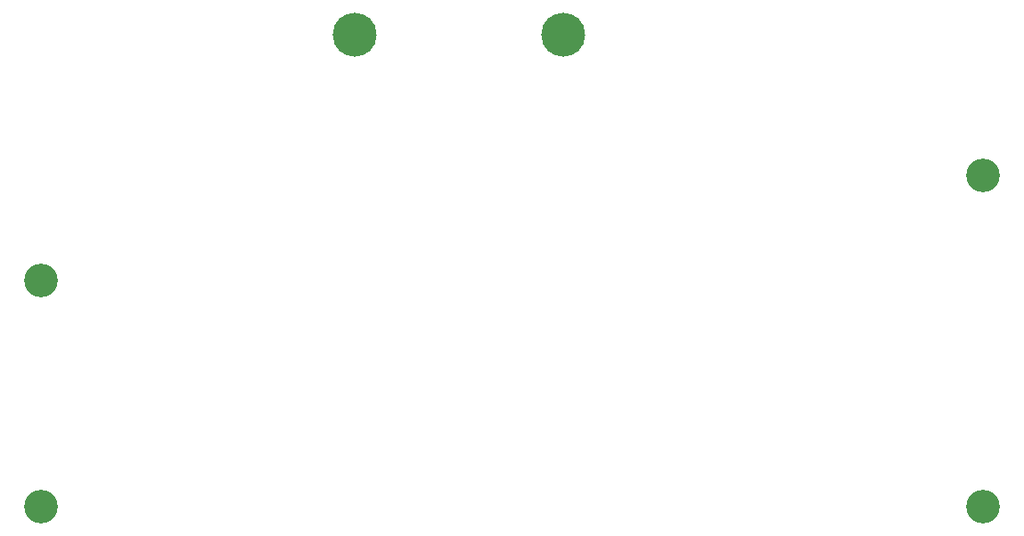
<source format=gbr>
%TF.GenerationSoftware,KiCad,Pcbnew,7.0.2*%
%TF.CreationDate,2024-04-17T07:58:50+08:00*%
%TF.ProjectId,HEC1,48454331-2e6b-4696-9361-645f70636258,rev?*%
%TF.SameCoordinates,Original*%
%TF.FileFunction,NonPlated,1,2,NPTH,Drill*%
%TF.FilePolarity,Positive*%
%FSLAX46Y46*%
G04 Gerber Fmt 4.6, Leading zero omitted, Abs format (unit mm)*
G04 Created by KiCad (PCBNEW 7.0.2) date 2024-04-17 07:58:50*
%MOMM*%
%LPD*%
G01*
G04 APERTURE LIST*
%TA.AperFunction,ComponentDrill*%
%ADD10C,3.200000*%
%TD*%
%TA.AperFunction,ComponentDrill*%
%ADD11C,4.165600*%
%TD*%
G04 APERTURE END LIST*
D10*
%TO.C,H7*%
X153320000Y-55740000D03*
%TO.C,H9*%
X153320000Y-77240000D03*
%TO.C,H8*%
X242820000Y-45740000D03*
%TO.C,H10*%
X242820000Y-77240000D03*
D11*
%TO.C,J8*%
X183134000Y-32393100D03*
X202946000Y-32393100D03*
M02*

</source>
